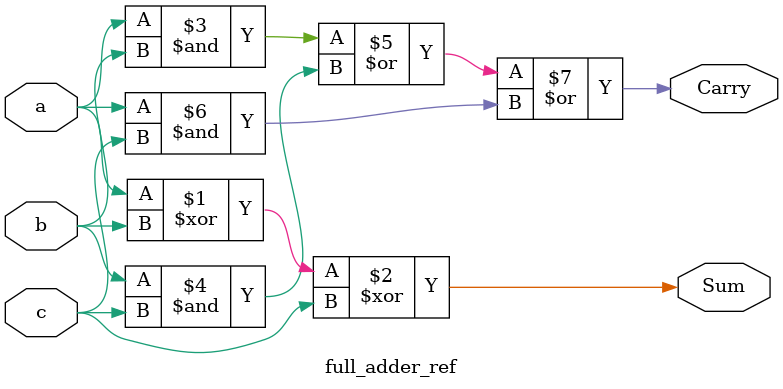
<source format=v>
module full_adder_ref (
    input wire a,
    input wire b,      
    input wire c,       
    output wire Sum,    
    output wire Carry   
);

    assign Sum = a ^ b ^ c; 
    assign Carry = (a & b) | (b & c) | (a & c); 

endmodule

</source>
